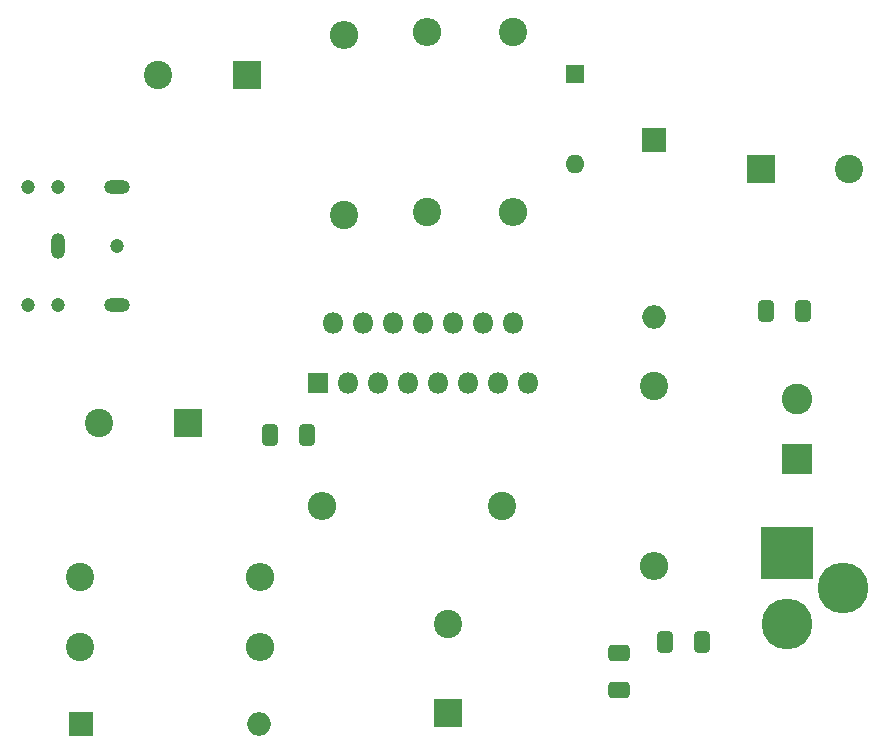
<source format=gbr>
%TF.GenerationSoftware,KiCad,Pcbnew,8.0.2*%
%TF.CreationDate,2024-06-05T21:35:29-04:00*%
%TF.ProjectId,pcb,7063622e-6b69-4636-9164-5f7063625858,rev?*%
%TF.SameCoordinates,Original*%
%TF.FileFunction,Soldermask,Top*%
%TF.FilePolarity,Negative*%
%FSLAX46Y46*%
G04 Gerber Fmt 4.6, Leading zero omitted, Abs format (unit mm)*
G04 Created by KiCad (PCBNEW 8.0.2) date 2024-06-05 21:35:29*
%MOMM*%
%LPD*%
G01*
G04 APERTURE LIST*
G04 Aperture macros list*
%AMRoundRect*
0 Rectangle with rounded corners*
0 $1 Rounding radius*
0 $2 $3 $4 $5 $6 $7 $8 $9 X,Y pos of 4 corners*
0 Add a 4 corners polygon primitive as box body*
4,1,4,$2,$3,$4,$5,$6,$7,$8,$9,$2,$3,0*
0 Add four circle primitives for the rounded corners*
1,1,$1+$1,$2,$3*
1,1,$1+$1,$4,$5*
1,1,$1+$1,$6,$7*
1,1,$1+$1,$8,$9*
0 Add four rect primitives between the rounded corners*
20,1,$1+$1,$2,$3,$4,$5,0*
20,1,$1+$1,$4,$5,$6,$7,0*
20,1,$1+$1,$6,$7,$8,$9,0*
20,1,$1+$1,$8,$9,$2,$3,0*%
G04 Aperture macros list end*
%ADD10C,2.400000*%
%ADD11O,2.400000X2.400000*%
%ADD12C,1.200000*%
%ADD13O,2.200000X1.200000*%
%ADD14O,1.200000X2.200000*%
%ADD15R,2.400000X2.400000*%
%ADD16R,1.600000X1.600000*%
%ADD17O,1.600000X1.600000*%
%ADD18RoundRect,0.250000X-0.412500X-0.650000X0.412500X-0.650000X0.412500X0.650000X-0.412500X0.650000X0*%
%ADD19RoundRect,0.250000X-0.650000X0.412500X-0.650000X-0.412500X0.650000X-0.412500X0.650000X0.412500X0*%
%ADD20R,2.000000X2.000000*%
%ADD21O,2.000000X2.000000*%
%ADD22R,1.800000X1.800000*%
%ADD23O,1.800000X1.800000*%
%ADD24R,4.400000X4.400000*%
%ADD25C,4.300000*%
%ADD26R,2.600000X2.600000*%
%ADD27C,2.600000*%
G04 APERTURE END LIST*
D10*
%TO.C,R6*%
X113750000Y-80870000D03*
D11*
X113750000Y-65630000D03*
%TD*%
D10*
%TO.C,R1*%
X120750000Y-80620000D03*
D11*
X120750000Y-65380000D03*
%TD*%
D10*
%TO.C,R5*%
X140000000Y-95380000D03*
D11*
X140000000Y-110620000D03*
%TD*%
D12*
%TO.C,J2*%
X89500000Y-78500000D03*
X87000000Y-78500000D03*
X94500000Y-83500000D03*
X89500000Y-88500000D03*
X87000000Y-88500000D03*
D13*
X94500000Y-78500000D03*
D14*
X89500000Y-83500000D03*
D13*
X94500000Y-88500000D03*
%TD*%
D15*
%TO.C,C7*%
X149000000Y-77000000D03*
D10*
X156500000Y-77000000D03*
%TD*%
D16*
%TO.C,D1*%
X133250000Y-68940000D03*
D17*
X133250000Y-76560000D03*
%TD*%
D18*
%TO.C,C1*%
X140937500Y-117000000D03*
X144062500Y-117000000D03*
%TD*%
D15*
%TO.C,C9*%
X100512755Y-98500000D03*
D10*
X93012755Y-98500000D03*
%TD*%
D15*
%TO.C,C6*%
X122500000Y-123012755D03*
D10*
X122500000Y-115512755D03*
%TD*%
D18*
%TO.C,C2*%
X149437500Y-89000000D03*
X152562500Y-89000000D03*
%TD*%
D19*
%TO.C,C3*%
X137000000Y-117937500D03*
X137000000Y-121062500D03*
%TD*%
D20*
%TO.C,C5*%
X91500000Y-124000000D03*
D21*
X106500000Y-124000000D03*
%TD*%
D22*
%TO.C,U1*%
X111530000Y-95080000D03*
D23*
X112800000Y-90000000D03*
X114070000Y-95080000D03*
X115340000Y-90000000D03*
X116610000Y-95080000D03*
X117880000Y-90000000D03*
X119150000Y-95080000D03*
X120420000Y-90000000D03*
X121690000Y-95080000D03*
X122960000Y-90000000D03*
X124230000Y-95080000D03*
X125500000Y-90000000D03*
X126770000Y-95080000D03*
X128040000Y-90000000D03*
X129310000Y-95080000D03*
%TD*%
D10*
%TO.C,R7*%
X128000000Y-65380000D03*
D11*
X128000000Y-80620000D03*
%TD*%
D10*
%TO.C,R3*%
X91380000Y-111500000D03*
D11*
X106620000Y-111500000D03*
%TD*%
D18*
%TO.C,C4*%
X107437500Y-99500000D03*
X110562500Y-99500000D03*
%TD*%
D24*
%TO.C,J1*%
X151250000Y-109500000D03*
D25*
X151250000Y-115500000D03*
X155950000Y-112500000D03*
%TD*%
D15*
%TO.C,C8*%
X105512755Y-69000000D03*
D10*
X98012755Y-69000000D03*
%TD*%
D26*
%TO.C,LS1*%
X152055000Y-101545000D03*
D27*
X152055000Y-96465000D03*
%TD*%
D20*
%TO.C,C10*%
X140000000Y-74500000D03*
D21*
X140000000Y-89500000D03*
%TD*%
D10*
%TO.C,R4*%
X127120000Y-105500000D03*
D11*
X111880000Y-105500000D03*
%TD*%
D10*
%TO.C,R2*%
X91380000Y-117500000D03*
D11*
X106620000Y-117500000D03*
%TD*%
M02*

</source>
